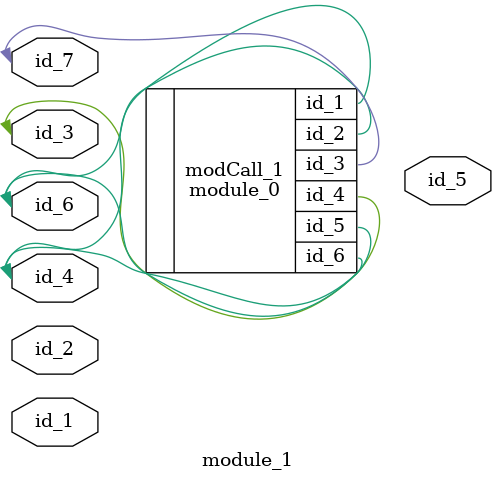
<source format=v>
module module_0 (
    id_1,
    id_2,
    id_3,
    id_4,
    id_5,
    id_6
);
  output wire id_6;
  inout wire id_5;
  inout wire id_4;
  output wire id_3;
  output wire id_2;
  inout wire id_1;
  wire id_7;
  generate
    `undef pp_8
  endgenerate
endmodule
module module_1 (
    id_1,
    id_2,
    id_3,
    id_4,
    id_5,
    id_6,
    id_7
);
  inout wire id_7;
  inout wire id_6;
  output wire id_5;
  inout wire id_4;
  inout wire id_3;
  inout wire id_2;
  input wire id_1;
  module_0 modCall_1 (
      id_4,
      id_6,
      id_7,
      id_3,
      id_6,
      id_4
  );
  wire id_8;
endmodule

</source>
